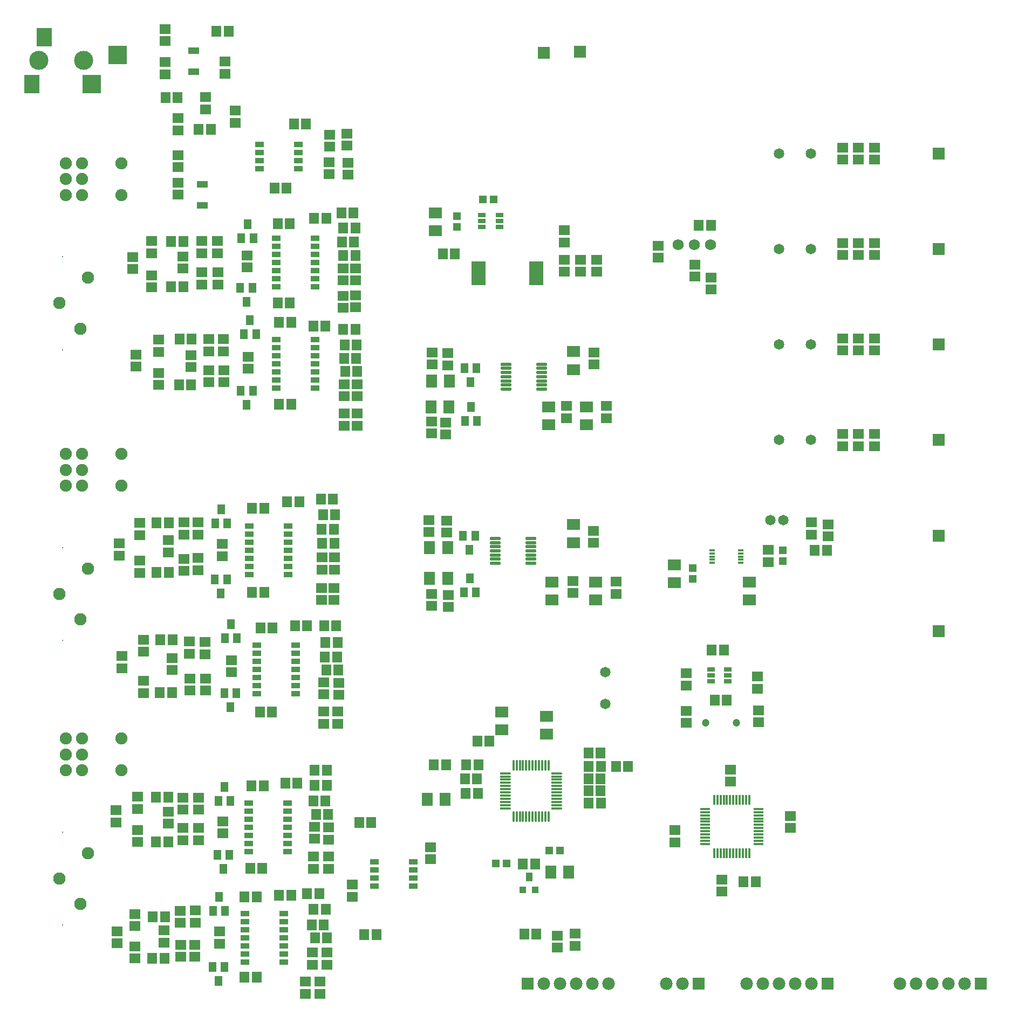
<source format=gts>
G04*
G04 #@! TF.GenerationSoftware,Altium Limited,Altium Designer,20.0.13 (296)*
G04*
G04 Layer_Color=8388736*
%FSLAX44Y44*%
%MOMM*%
G71*
G01*
G75*
%ADD43R,1.1176X1.4732*%
%ADD44R,1.1176X1.1176*%
%ADD45O,1.7500X0.5500*%
%ADD46R,0.4000X1.5500*%
%ADD47O,0.4000X1.5500*%
%ADD48O,1.5500X0.4000*%
%ADD49O,0.4000X1.7000*%
%ADD50O,1.7000X0.4000*%
%ADD51R,1.5032X1.7032*%
%ADD52R,1.2800X0.7800*%
%ADD53R,1.7032X1.5032*%
%ADD54R,1.2032X1.3032*%
%ADD55R,2.0032X1.8032*%
%ADD56R,1.3032X1.2032*%
%ADD57R,1.8032X2.0032*%
%ADD58R,1.2032X1.6032*%
%ADD59R,1.3032X0.8032*%
%ADD60R,2.2032X3.7032*%
%ADD61R,1.4732X0.9232*%
%ADD62R,1.8032X1.1032*%
%ADD63R,2.4032X3.0032*%
%ADD64R,3.0032X3.0032*%
%ADD65R,3.0032X3.0032*%
%ADD66R,0.9000X0.4000*%
%ADD67C,1.9812*%
%ADD68R,1.9812X1.9812*%
%ADD69C,1.2032*%
%ADD70C,1.7272*%
%ADD71C,3.0032*%
G04:AMPARAMS|DCode=72|XSize=0.2032mm|YSize=0.2032mm|CornerRadius=0mm|HoleSize=0mm|Usage=FLASHONLY|Rotation=90.000|XOffset=0mm|YOffset=0mm|HoleType=Round|Shape=RoundedRectangle|*
%AMROUNDEDRECTD72*
21,1,0.2032,0.2032,0,0,90.0*
21,1,0.2032,0.2032,0,0,90.0*
1,1,0.0000,0.1016,0.1016*
1,1,0.0000,0.1016,-0.1016*
1,1,0.0000,-0.1016,-0.1016*
1,1,0.0000,-0.1016,0.1016*
%
%ADD72ROUNDEDRECTD72*%
%ADD73C,1.9532*%
%ADD74C,1.9032*%
%ADD75R,1.9812X1.9812*%
%ADD76C,1.6532*%
D43*
X807000Y217500D02*
D03*
D44*
X816398Y197180D02*
D03*
X797348D02*
D03*
D45*
X770750Y1023000D02*
D03*
Y1016500D02*
D03*
Y1010000D02*
D03*
Y1003500D02*
D03*
Y997000D02*
D03*
Y990500D02*
D03*
Y984000D02*
D03*
X826750Y1023000D02*
D03*
Y1016500D02*
D03*
Y1010000D02*
D03*
Y1003500D02*
D03*
Y997000D02*
D03*
Y990500D02*
D03*
Y984000D02*
D03*
X810000Y710500D02*
D03*
Y717000D02*
D03*
Y723500D02*
D03*
Y730000D02*
D03*
Y736500D02*
D03*
Y743000D02*
D03*
Y749500D02*
D03*
X754000Y710500D02*
D03*
Y717000D02*
D03*
Y723500D02*
D03*
Y730000D02*
D03*
Y736500D02*
D03*
Y743000D02*
D03*
Y749500D02*
D03*
D46*
X1152500Y339000D02*
D03*
D47*
X1147500D02*
D03*
X1142500D02*
D03*
X1137500D02*
D03*
X1132500D02*
D03*
X1127500D02*
D03*
X1122500D02*
D03*
X1117500D02*
D03*
X1112500D02*
D03*
X1107500D02*
D03*
X1102500D02*
D03*
X1097500D02*
D03*
Y255000D02*
D03*
X1102500D02*
D03*
X1107500D02*
D03*
X1112500D02*
D03*
X1117500D02*
D03*
X1122500D02*
D03*
X1127500D02*
D03*
X1132500D02*
D03*
X1137500D02*
D03*
X1142500D02*
D03*
X1147500D02*
D03*
X1152500D02*
D03*
D48*
X1083000Y324500D02*
D03*
Y319500D02*
D03*
Y314500D02*
D03*
Y309500D02*
D03*
Y304500D02*
D03*
Y299500D02*
D03*
Y294500D02*
D03*
Y289500D02*
D03*
Y284500D02*
D03*
Y279500D02*
D03*
Y274500D02*
D03*
Y269500D02*
D03*
X1167000D02*
D03*
Y274500D02*
D03*
Y279500D02*
D03*
Y284500D02*
D03*
Y289500D02*
D03*
Y294500D02*
D03*
Y299500D02*
D03*
Y304500D02*
D03*
Y309500D02*
D03*
Y314500D02*
D03*
Y319500D02*
D03*
Y324500D02*
D03*
D49*
X782500Y393250D02*
D03*
X787500D02*
D03*
X792500D02*
D03*
X797500D02*
D03*
X802500D02*
D03*
X807500D02*
D03*
X812500D02*
D03*
X817500D02*
D03*
X822500D02*
D03*
X827500D02*
D03*
X832500D02*
D03*
X837500D02*
D03*
Y312750D02*
D03*
X832500D02*
D03*
X827500D02*
D03*
X822500D02*
D03*
X817500D02*
D03*
X812500D02*
D03*
X807500D02*
D03*
X802500D02*
D03*
X797500D02*
D03*
X792500D02*
D03*
X787500D02*
D03*
X782500D02*
D03*
D50*
X850250Y380500D02*
D03*
Y375500D02*
D03*
Y370500D02*
D03*
Y365500D02*
D03*
Y360500D02*
D03*
Y355500D02*
D03*
Y350500D02*
D03*
Y345500D02*
D03*
Y340500D02*
D03*
Y335500D02*
D03*
Y330500D02*
D03*
Y325500D02*
D03*
X769750D02*
D03*
Y330500D02*
D03*
Y335500D02*
D03*
Y340500D02*
D03*
Y345500D02*
D03*
Y350500D02*
D03*
Y355500D02*
D03*
Y360500D02*
D03*
Y365500D02*
D03*
Y370500D02*
D03*
Y375500D02*
D03*
Y380500D02*
D03*
D51*
X1112500Y574000D02*
D03*
X1093500D02*
D03*
X1117500Y495000D02*
D03*
X1098500D02*
D03*
X1143500Y210250D02*
D03*
X1162500D02*
D03*
X1274500Y731000D02*
D03*
X1255500D02*
D03*
X816500Y238250D02*
D03*
X797500D02*
D03*
X900000Y412000D02*
D03*
X919000D02*
D03*
X919500Y391000D02*
D03*
X900500D02*
D03*
X919500Y334000D02*
D03*
X900500D02*
D03*
X919000Y353000D02*
D03*
X900000D02*
D03*
X962500Y391000D02*
D03*
X943500D02*
D03*
X919000Y372000D02*
D03*
X900000D02*
D03*
X726500Y349000D02*
D03*
X707500D02*
D03*
X725500Y372000D02*
D03*
X706500D02*
D03*
X1073500Y1241000D02*
D03*
X1092500D02*
D03*
X690750Y1196000D02*
D03*
X671750D02*
D03*
X426500Y1299750D02*
D03*
X407500D02*
D03*
X335500Y1546000D02*
D03*
X316500D02*
D03*
X307500Y1392000D02*
D03*
X288500D02*
D03*
X534500Y1194000D02*
D03*
X515500D02*
D03*
X513500Y1215000D02*
D03*
X532500D02*
D03*
X534500Y1237000D02*
D03*
X515500D02*
D03*
X512500Y1261000D02*
D03*
X531500D02*
D03*
X469500Y1252000D02*
D03*
X488500D02*
D03*
X431500Y1244000D02*
D03*
X412500D02*
D03*
X431500Y1119000D02*
D03*
X412500D02*
D03*
X264500Y1216000D02*
D03*
X245500D02*
D03*
X264500Y1145000D02*
D03*
X245500D02*
D03*
X537500Y1012000D02*
D03*
X518500D02*
D03*
X516500Y1032000D02*
D03*
X535500D02*
D03*
X536500Y1053000D02*
D03*
X517500D02*
D03*
X515500Y1078000D02*
D03*
X534500D02*
D03*
X468500Y1083000D02*
D03*
X487500D02*
D03*
X433500Y1089000D02*
D03*
X414500D02*
D03*
X433500Y960000D02*
D03*
X414500D02*
D03*
X277500Y1063000D02*
D03*
X258500D02*
D03*
X276500Y991000D02*
D03*
X257500D02*
D03*
X501500Y742000D02*
D03*
X482500D02*
D03*
X481500Y764000D02*
D03*
X500500D02*
D03*
X502500Y787000D02*
D03*
X483500D02*
D03*
X480500Y811000D02*
D03*
X499500D02*
D03*
X427500Y807000D02*
D03*
X446500D02*
D03*
X391500Y797000D02*
D03*
X372500D02*
D03*
X391500Y665000D02*
D03*
X372500D02*
D03*
X241500Y774000D02*
D03*
X222500D02*
D03*
X241500Y696000D02*
D03*
X222500D02*
D03*
X507500Y543000D02*
D03*
X488500D02*
D03*
X486500Y563000D02*
D03*
X505500D02*
D03*
X506500Y586000D02*
D03*
X487500D02*
D03*
X485500Y612000D02*
D03*
X504500D02*
D03*
X439500D02*
D03*
X458500D02*
D03*
X404500Y609000D02*
D03*
X385500D02*
D03*
X403500Y477000D02*
D03*
X384500D02*
D03*
X246500Y507000D02*
D03*
X227500D02*
D03*
X247500Y590000D02*
D03*
X228500D02*
D03*
X491500Y316000D02*
D03*
X472500D02*
D03*
X567500Y127000D02*
D03*
X548500D02*
D03*
X559500Y303000D02*
D03*
X540500D02*
D03*
X468500Y337000D02*
D03*
X487500D02*
D03*
X489500Y362000D02*
D03*
X470500D02*
D03*
X470500Y385000D02*
D03*
X489500D02*
D03*
X424500Y365000D02*
D03*
X443500D02*
D03*
X390500Y361000D02*
D03*
X371500D02*
D03*
X388500Y231000D02*
D03*
X369500D02*
D03*
X240500Y273000D02*
D03*
X221500D02*
D03*
X240500Y343000D02*
D03*
X221500D02*
D03*
X489750Y122000D02*
D03*
X470750D02*
D03*
X465750Y142500D02*
D03*
X484750D02*
D03*
X488000Y167250D02*
D03*
X469000D02*
D03*
X458500Y191000D02*
D03*
X477500D02*
D03*
X414500Y189000D02*
D03*
X433500D02*
D03*
X379500Y186000D02*
D03*
X360500D02*
D03*
X379500Y60000D02*
D03*
X360500D02*
D03*
X234500Y90000D02*
D03*
X215500D02*
D03*
X235500Y155000D02*
D03*
X216500D02*
D03*
X456750Y1400250D02*
D03*
X437750D02*
D03*
X255500Y1442000D02*
D03*
X236500D02*
D03*
X818500Y128000D02*
D03*
X799500D02*
D03*
X726000Y431000D02*
D03*
X745000D02*
D03*
X657500Y394000D02*
D03*
X676500D02*
D03*
X708500D02*
D03*
X727500D02*
D03*
D52*
X1119000Y525000D02*
D03*
Y534500D02*
D03*
Y544000D02*
D03*
X1093000Y525000D02*
D03*
Y534500D02*
D03*
Y544000D02*
D03*
D53*
X1165000Y532500D02*
D03*
Y513500D02*
D03*
X1167000Y460500D02*
D03*
Y479500D02*
D03*
X1054000Y459500D02*
D03*
Y478500D02*
D03*
X1109500Y194750D02*
D03*
Y213750D02*
D03*
X1276000Y752500D02*
D03*
Y771500D02*
D03*
X1250000Y774500D02*
D03*
Y755500D02*
D03*
X1182000Y731500D02*
D03*
Y712500D02*
D03*
X908000Y742500D02*
D03*
Y761500D02*
D03*
X944000Y681500D02*
D03*
Y662500D02*
D03*
X876000Y682500D02*
D03*
Y663500D02*
D03*
X680000Y641500D02*
D03*
Y660500D02*
D03*
X654000Y662500D02*
D03*
Y643500D02*
D03*
X908500Y1022750D02*
D03*
Y1041750D02*
D03*
X928000Y957500D02*
D03*
Y938500D02*
D03*
X866000Y957500D02*
D03*
Y938500D02*
D03*
X679000Y1021500D02*
D03*
Y1040500D02*
D03*
X655000Y1022500D02*
D03*
Y1041500D02*
D03*
X676000Y912500D02*
D03*
Y931500D02*
D03*
X654000Y933500D02*
D03*
Y914500D02*
D03*
X1093000Y1159500D02*
D03*
Y1140500D02*
D03*
X1067000Y1179500D02*
D03*
Y1160500D02*
D03*
X1010000Y1209500D02*
D03*
Y1190500D02*
D03*
X913000Y1168500D02*
D03*
Y1187500D02*
D03*
X888000Y1168500D02*
D03*
Y1187500D02*
D03*
X862000Y1168500D02*
D03*
Y1187500D02*
D03*
X523000Y1320500D02*
D03*
Y1339500D02*
D03*
X493000Y1340500D02*
D03*
Y1321500D02*
D03*
X330000Y1498500D02*
D03*
Y1479500D02*
D03*
X236000Y1549500D02*
D03*
Y1530500D02*
D03*
Y1497500D02*
D03*
Y1478500D02*
D03*
X346000Y1421500D02*
D03*
Y1402500D02*
D03*
X299000Y1442500D02*
D03*
Y1423500D02*
D03*
X256000Y1409500D02*
D03*
Y1390500D02*
D03*
X256000Y1289500D02*
D03*
Y1308500D02*
D03*
X535000Y1112500D02*
D03*
Y1131500D02*
D03*
X515000Y1111500D02*
D03*
Y1130500D02*
D03*
X535000Y1173500D02*
D03*
Y1154500D02*
D03*
X515000Y1173500D02*
D03*
Y1154500D02*
D03*
X364250Y1194000D02*
D03*
Y1175000D02*
D03*
X319000Y1167500D02*
D03*
Y1148500D02*
D03*
X318000Y1216500D02*
D03*
Y1197500D02*
D03*
X293000Y1216500D02*
D03*
Y1197500D02*
D03*
Y1167500D02*
D03*
Y1148500D02*
D03*
X264000Y1192500D02*
D03*
Y1173500D02*
D03*
X215000Y1216500D02*
D03*
Y1197500D02*
D03*
Y1143500D02*
D03*
Y1162500D02*
D03*
X185000Y1191500D02*
D03*
Y1172500D02*
D03*
X537000Y926500D02*
D03*
Y945500D02*
D03*
X517000Y926500D02*
D03*
Y945500D02*
D03*
X537000Y991500D02*
D03*
Y972500D02*
D03*
X517000Y991500D02*
D03*
Y972500D02*
D03*
X366000Y1035000D02*
D03*
Y1016000D02*
D03*
X327000Y1062500D02*
D03*
Y1043500D02*
D03*
X304000Y1062500D02*
D03*
Y1043500D02*
D03*
X328000Y1013500D02*
D03*
Y994500D02*
D03*
X304000Y1013500D02*
D03*
Y994500D02*
D03*
X276000Y1037500D02*
D03*
Y1018500D02*
D03*
X226000Y1061500D02*
D03*
Y1042500D02*
D03*
Y990500D02*
D03*
Y1009500D02*
D03*
X190000Y1038500D02*
D03*
Y1019500D02*
D03*
X501000Y652500D02*
D03*
Y671500D02*
D03*
X481000Y652500D02*
D03*
Y671500D02*
D03*
X502000Y719500D02*
D03*
Y700500D02*
D03*
X482000Y719500D02*
D03*
Y700500D02*
D03*
X325750Y740500D02*
D03*
Y721500D02*
D03*
X287000Y718500D02*
D03*
Y699500D02*
D03*
X265000Y717500D02*
D03*
Y698500D02*
D03*
X287000Y774500D02*
D03*
Y755500D02*
D03*
X265000Y774500D02*
D03*
Y755500D02*
D03*
X241000Y746500D02*
D03*
Y727500D02*
D03*
X196000Y695500D02*
D03*
Y714500D02*
D03*
Y773500D02*
D03*
Y754500D02*
D03*
X164000Y741500D02*
D03*
Y722500D02*
D03*
X485000Y458500D02*
D03*
Y477500D02*
D03*
X507000Y458500D02*
D03*
Y477500D02*
D03*
X508000Y522500D02*
D03*
Y503500D02*
D03*
X485000Y523500D02*
D03*
Y504500D02*
D03*
X339500Y558000D02*
D03*
Y539000D02*
D03*
X299000Y529500D02*
D03*
Y510500D02*
D03*
X275000Y529500D02*
D03*
Y510500D02*
D03*
X298000Y586500D02*
D03*
Y567500D02*
D03*
X274000Y587500D02*
D03*
Y568500D02*
D03*
X247000Y561500D02*
D03*
Y542500D02*
D03*
X202000Y590500D02*
D03*
Y571500D02*
D03*
Y506500D02*
D03*
Y525500D02*
D03*
X168000Y564500D02*
D03*
Y545500D02*
D03*
X652000Y245500D02*
D03*
Y264500D02*
D03*
X529750Y186500D02*
D03*
Y205500D02*
D03*
X469000Y230500D02*
D03*
Y249500D02*
D03*
X492000Y230500D02*
D03*
Y249500D02*
D03*
X470000Y296500D02*
D03*
Y277500D02*
D03*
X492000Y295500D02*
D03*
Y276500D02*
D03*
X326500Y305250D02*
D03*
Y286250D02*
D03*
X288000Y342500D02*
D03*
Y323500D02*
D03*
X264000Y342500D02*
D03*
Y323500D02*
D03*
X288000Y294500D02*
D03*
Y275500D02*
D03*
X264000Y294500D02*
D03*
Y275500D02*
D03*
X241000Y320500D02*
D03*
Y301500D02*
D03*
X193000Y272500D02*
D03*
Y291500D02*
D03*
Y343500D02*
D03*
Y324500D02*
D03*
X159000Y322500D02*
D03*
Y303500D02*
D03*
X456000Y34000D02*
D03*
Y53000D02*
D03*
X479000Y34000D02*
D03*
Y53000D02*
D03*
X466500Y99000D02*
D03*
Y80000D02*
D03*
X489500Y99000D02*
D03*
Y80000D02*
D03*
X321500Y131750D02*
D03*
Y112750D02*
D03*
X282500Y111000D02*
D03*
Y92000D02*
D03*
X283000Y165000D02*
D03*
Y146000D02*
D03*
X260000Y111000D02*
D03*
Y92000D02*
D03*
X259500Y164500D02*
D03*
Y145500D02*
D03*
X234000Y133500D02*
D03*
Y114500D02*
D03*
X188000Y159500D02*
D03*
Y140500D02*
D03*
Y89500D02*
D03*
Y108500D02*
D03*
X160000Y132500D02*
D03*
Y113500D02*
D03*
X1054000Y518500D02*
D03*
Y537500D02*
D03*
X1036250Y291000D02*
D03*
Y272000D02*
D03*
X1217250Y313750D02*
D03*
Y294750D02*
D03*
X256000Y1351500D02*
D03*
Y1332500D02*
D03*
X851000Y125500D02*
D03*
Y106500D02*
D03*
X879000Y109500D02*
D03*
Y128500D02*
D03*
X1123000Y386500D02*
D03*
Y367500D02*
D03*
X862000Y1233500D02*
D03*
Y1214500D02*
D03*
X494000Y1383500D02*
D03*
Y1364500D02*
D03*
X521000Y1366500D02*
D03*
Y1385500D02*
D03*
X678000Y777500D02*
D03*
Y758500D02*
D03*
X650000Y778500D02*
D03*
Y759500D02*
D03*
X1299000Y913500D02*
D03*
Y894500D02*
D03*
X1349000Y913500D02*
D03*
Y894500D02*
D03*
X1324000Y913500D02*
D03*
Y894500D02*
D03*
X1299000Y1063500D02*
D03*
Y1044500D02*
D03*
X1349000Y1063500D02*
D03*
Y1044500D02*
D03*
X1324000Y1063500D02*
D03*
Y1044500D02*
D03*
X1299000Y1213500D02*
D03*
Y1194500D02*
D03*
X1349000Y1213500D02*
D03*
Y1194500D02*
D03*
X1324000Y1213500D02*
D03*
Y1194500D02*
D03*
X1299000Y1363500D02*
D03*
Y1344500D02*
D03*
X1349000Y1363500D02*
D03*
Y1344500D02*
D03*
X1324000Y1363500D02*
D03*
Y1344500D02*
D03*
D54*
X1205000Y713500D02*
D03*
Y730500D02*
D03*
X1064000Y685500D02*
D03*
Y702500D02*
D03*
X694000Y1255500D02*
D03*
Y1238500D02*
D03*
D55*
X1153000Y653000D02*
D03*
Y681000D02*
D03*
X877000Y771000D02*
D03*
Y743000D02*
D03*
X911000Y653000D02*
D03*
Y681000D02*
D03*
X843000Y653000D02*
D03*
Y681000D02*
D03*
X876750Y1042750D02*
D03*
Y1014750D02*
D03*
X897000Y928000D02*
D03*
Y956000D02*
D03*
X838000Y928000D02*
D03*
Y956000D02*
D03*
X660000Y1233000D02*
D03*
Y1261000D02*
D03*
X834500Y442000D02*
D03*
Y470000D02*
D03*
X764250Y448500D02*
D03*
Y476500D02*
D03*
X1035000Y708000D02*
D03*
Y680000D02*
D03*
D56*
X771500Y239000D02*
D03*
X754500D02*
D03*
X838500Y259500D02*
D03*
X855500D02*
D03*
X734500Y1282000D02*
D03*
X751500D02*
D03*
D57*
X841000Y225500D02*
D03*
X869000D02*
D03*
X647000Y340000D02*
D03*
X675000D02*
D03*
X651000Y735000D02*
D03*
X679000D02*
D03*
X651000Y687000D02*
D03*
X679000D02*
D03*
X653000Y956000D02*
D03*
X681000D02*
D03*
X654000Y997000D02*
D03*
X682000D02*
D03*
D58*
X723500Y665000D02*
D03*
X704500D02*
D03*
X714000Y687000D02*
D03*
X725500Y934000D02*
D03*
X706500D02*
D03*
X716000Y956000D02*
D03*
X374500Y1221000D02*
D03*
X355500D02*
D03*
X365000Y1243000D02*
D03*
X353750Y1143000D02*
D03*
X372750D02*
D03*
X363250Y1121000D02*
D03*
X378500Y1070000D02*
D03*
X359500D02*
D03*
X369000Y1092000D02*
D03*
X354500Y981000D02*
D03*
X373500D02*
D03*
X364000Y959000D02*
D03*
X313750Y685000D02*
D03*
X332750D02*
D03*
X323250Y663000D02*
D03*
X328500Y506000D02*
D03*
X347500D02*
D03*
X338000Y484000D02*
D03*
X348500Y593000D02*
D03*
X329500D02*
D03*
X339000Y615000D02*
D03*
X317500Y252000D02*
D03*
X336500D02*
D03*
X327000Y230000D02*
D03*
X338500Y337000D02*
D03*
X319500D02*
D03*
X329000Y359000D02*
D03*
X310000Y76000D02*
D03*
X329000D02*
D03*
X319500Y54000D02*
D03*
X330000Y164000D02*
D03*
X311000D02*
D03*
X320500Y186000D02*
D03*
X324000Y795000D02*
D03*
X314500Y773000D02*
D03*
X333500D02*
D03*
X715000Y995000D02*
D03*
X724500Y1017000D02*
D03*
X705500D02*
D03*
X713000Y732000D02*
D03*
X722500Y754000D02*
D03*
X703500D02*
D03*
D59*
X761000Y1257500D02*
D03*
Y1248000D02*
D03*
Y1238500D02*
D03*
X733000D02*
D03*
Y1248000D02*
D03*
Y1257500D02*
D03*
D60*
X728000Y1166000D02*
D03*
X818000D02*
D03*
D61*
X384000Y1368400D02*
D03*
Y1355700D02*
D03*
Y1343000D02*
D03*
Y1330300D02*
D03*
X445000Y1368400D02*
D03*
Y1355700D02*
D03*
Y1343000D02*
D03*
Y1330300D02*
D03*
X471000Y1144900D02*
D03*
Y1157600D02*
D03*
Y1170300D02*
D03*
Y1183000D02*
D03*
Y1195700D02*
D03*
Y1208400D02*
D03*
Y1221100D02*
D03*
X410000Y1144900D02*
D03*
Y1157600D02*
D03*
Y1170300D02*
D03*
Y1183000D02*
D03*
Y1195700D02*
D03*
Y1208400D02*
D03*
Y1221100D02*
D03*
X471000Y985300D02*
D03*
Y998000D02*
D03*
Y1010700D02*
D03*
Y1023400D02*
D03*
Y1036100D02*
D03*
Y1048800D02*
D03*
Y1061500D02*
D03*
X410000Y985300D02*
D03*
Y998000D02*
D03*
Y1010700D02*
D03*
Y1023400D02*
D03*
Y1036100D02*
D03*
Y1048800D02*
D03*
Y1061500D02*
D03*
X429000Y692800D02*
D03*
Y705500D02*
D03*
Y718200D02*
D03*
Y730900D02*
D03*
Y743600D02*
D03*
Y756300D02*
D03*
Y769000D02*
D03*
X368000Y692800D02*
D03*
Y705500D02*
D03*
Y718200D02*
D03*
Y730900D02*
D03*
Y743600D02*
D03*
Y756300D02*
D03*
Y769000D02*
D03*
X441000Y505800D02*
D03*
Y518500D02*
D03*
Y531200D02*
D03*
Y543900D02*
D03*
Y556600D02*
D03*
Y569300D02*
D03*
Y582000D02*
D03*
X380000Y505800D02*
D03*
Y518500D02*
D03*
Y531200D02*
D03*
Y543900D02*
D03*
Y556600D02*
D03*
Y569300D02*
D03*
Y582000D02*
D03*
X564000Y241400D02*
D03*
Y228700D02*
D03*
Y216000D02*
D03*
Y203300D02*
D03*
X625000Y241400D02*
D03*
Y228700D02*
D03*
Y216000D02*
D03*
Y203300D02*
D03*
X428000Y257600D02*
D03*
Y270300D02*
D03*
Y283000D02*
D03*
Y295700D02*
D03*
Y308400D02*
D03*
Y321100D02*
D03*
Y333800D02*
D03*
X367000Y257600D02*
D03*
Y270300D02*
D03*
Y283000D02*
D03*
Y295700D02*
D03*
Y308400D02*
D03*
Y321100D02*
D03*
Y333800D02*
D03*
X422000Y83800D02*
D03*
Y96500D02*
D03*
Y109200D02*
D03*
Y121900D02*
D03*
Y134600D02*
D03*
Y147300D02*
D03*
Y160000D02*
D03*
X361000Y83800D02*
D03*
Y96500D02*
D03*
Y109200D02*
D03*
Y121900D02*
D03*
Y134600D02*
D03*
Y147300D02*
D03*
Y160000D02*
D03*
D62*
X281000Y1515500D02*
D03*
Y1482500D02*
D03*
X294000Y1305500D02*
D03*
Y1272500D02*
D03*
D63*
X26500Y1463000D02*
D03*
X46500Y1537000D02*
D03*
D64*
X120500Y1463000D02*
D03*
D65*
X161500Y1509000D02*
D03*
D66*
X1094000Y731000D02*
D03*
Y726000D02*
D03*
Y721000D02*
D03*
Y716000D02*
D03*
Y711000D02*
D03*
X1139000Y731000D02*
D03*
Y726000D02*
D03*
Y721000D02*
D03*
Y716000D02*
D03*
Y711000D02*
D03*
D67*
X1148800Y50000D02*
D03*
X1174200Y50000D02*
D03*
X1199600Y50000D02*
D03*
X1250400Y50000D02*
D03*
X1225000Y50000D02*
D03*
X932000Y50000D02*
D03*
X906600Y50000D02*
D03*
X881200Y50000D02*
D03*
X830400Y50000D02*
D03*
X855800Y50000D02*
D03*
X1389200Y50000D02*
D03*
X1414600Y50000D02*
D03*
X1440000Y50000D02*
D03*
X1490800Y50000D02*
D03*
X1465400Y50000D02*
D03*
X1022600D02*
D03*
X1048000Y50000D02*
D03*
D68*
X1275800Y50000D02*
D03*
X805000D02*
D03*
X1516200D02*
D03*
X1073400D02*
D03*
D69*
X1084000Y460000D02*
D03*
X1132800D02*
D03*
D70*
X1040600Y1211000D02*
D03*
X1091400D02*
D03*
X1066000D02*
D03*
D71*
X37500Y1500000D02*
D03*
X107500D02*
D03*
D72*
X75000Y1192000D02*
D03*
Y1046000D02*
D03*
Y735000D02*
D03*
Y589000D02*
D03*
Y288000D02*
D03*
Y142000D02*
D03*
D73*
X115000Y1159000D02*
D03*
X102500Y1079000D02*
D03*
X70000Y1119000D02*
D03*
X115000Y702000D02*
D03*
X102500Y622000D02*
D03*
X70000Y662000D02*
D03*
X115000Y255000D02*
D03*
X102500Y175000D02*
D03*
X70000Y215000D02*
D03*
D74*
X167500Y1339000D02*
D03*
Y1289000D02*
D03*
X80000Y1339000D02*
D03*
Y1314000D02*
D03*
Y1289000D02*
D03*
X105000D02*
D03*
Y1314000D02*
D03*
Y1339000D02*
D03*
X167500Y882000D02*
D03*
Y832000D02*
D03*
X80000Y882000D02*
D03*
Y857000D02*
D03*
Y832000D02*
D03*
X105000D02*
D03*
Y857000D02*
D03*
Y882000D02*
D03*
X167500Y435000D02*
D03*
Y385000D02*
D03*
X80000Y435000D02*
D03*
Y410000D02*
D03*
Y385000D02*
D03*
X105000D02*
D03*
Y410000D02*
D03*
Y435000D02*
D03*
D75*
X830000Y1512000D02*
D03*
X887000Y1514000D02*
D03*
X1450000Y1354000D02*
D03*
Y1204000D02*
D03*
Y1054000D02*
D03*
Y904000D02*
D03*
Y754000D02*
D03*
Y604000D02*
D03*
D76*
X926250Y539250D02*
D03*
Y489250D02*
D03*
X1249000Y904000D02*
D03*
X1199000D02*
D03*
X1249000Y1054000D02*
D03*
X1199000D02*
D03*
X1249000Y1204000D02*
D03*
X1199000D02*
D03*
X1186000Y778000D02*
D03*
X1206000D02*
D03*
X1249000Y1354000D02*
D03*
X1199000D02*
D03*
M02*

</source>
